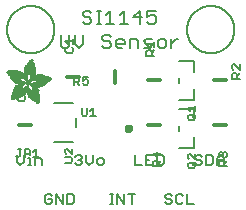
<source format=gbr>
G04 EAGLE Gerber RS-274X export*
G75*
%MOMM*%
%FSLAX34Y34*%
%LPD*%
%INSilkscreen Top*%
%IPPOS*%
%AMOC8*
5,1,8,0,0,1.08239X$1,22.5*%
G01*
%ADD10C,0.203200*%
%ADD11C,0.152400*%
%ADD12C,0.406400*%
%ADD13C,0.304800*%
%ADD14R,0.050800X0.006300*%
%ADD15R,0.082600X0.006400*%
%ADD16R,0.120600X0.006300*%
%ADD17R,0.139700X0.006400*%
%ADD18R,0.158800X0.006300*%
%ADD19R,0.177800X0.006400*%
%ADD20R,0.196800X0.006300*%
%ADD21R,0.215900X0.006400*%
%ADD22R,0.228600X0.006300*%
%ADD23R,0.241300X0.006400*%
%ADD24R,0.254000X0.006300*%
%ADD25R,0.266700X0.006400*%
%ADD26R,0.279400X0.006300*%
%ADD27R,0.285700X0.006400*%
%ADD28R,0.298400X0.006300*%
%ADD29R,0.311200X0.006400*%
%ADD30R,0.317500X0.006300*%
%ADD31R,0.330200X0.006400*%
%ADD32R,0.336600X0.006300*%
%ADD33R,0.349200X0.006400*%
%ADD34R,0.361900X0.006300*%
%ADD35R,0.368300X0.006400*%
%ADD36R,0.381000X0.006300*%
%ADD37R,0.387300X0.006400*%
%ADD38R,0.393700X0.006300*%
%ADD39R,0.406400X0.006400*%
%ADD40R,0.412700X0.006300*%
%ADD41R,0.419100X0.006400*%
%ADD42R,0.431800X0.006300*%
%ADD43R,0.438100X0.006400*%
%ADD44R,0.450800X0.006300*%
%ADD45R,0.457200X0.006400*%
%ADD46R,0.463500X0.006300*%
%ADD47R,0.476200X0.006400*%
%ADD48R,0.482600X0.006300*%
%ADD49R,0.488900X0.006400*%
%ADD50R,0.501600X0.006300*%
%ADD51R,0.508000X0.006400*%
%ADD52R,0.514300X0.006300*%
%ADD53R,0.527000X0.006400*%
%ADD54R,0.533400X0.006300*%
%ADD55R,0.546100X0.006400*%
%ADD56R,0.552400X0.006300*%
%ADD57R,0.558800X0.006400*%
%ADD58R,0.571500X0.006300*%
%ADD59R,0.577800X0.006400*%
%ADD60R,0.584200X0.006300*%
%ADD61R,0.596900X0.006400*%
%ADD62R,0.603200X0.006300*%
%ADD63R,0.609600X0.006400*%
%ADD64R,0.622300X0.006300*%
%ADD65R,0.628600X0.006400*%
%ADD66R,0.641300X0.006300*%
%ADD67R,0.647700X0.006400*%
%ADD68R,0.063500X0.006300*%
%ADD69R,0.654000X0.006300*%
%ADD70R,0.101600X0.006400*%
%ADD71R,0.666700X0.006400*%
%ADD72R,0.139700X0.006300*%
%ADD73R,0.673100X0.006300*%
%ADD74R,0.165100X0.006400*%
%ADD75R,0.679400X0.006400*%
%ADD76R,0.196900X0.006300*%
%ADD77R,0.692100X0.006300*%
%ADD78R,0.222200X0.006400*%
%ADD79R,0.698500X0.006400*%
%ADD80R,0.247700X0.006300*%
%ADD81R,0.704800X0.006300*%
%ADD82R,0.279400X0.006400*%
%ADD83R,0.717500X0.006400*%
%ADD84R,0.298500X0.006300*%
%ADD85R,0.723900X0.006300*%
%ADD86R,0.736600X0.006400*%
%ADD87R,0.342900X0.006300*%
%ADD88R,0.742900X0.006300*%
%ADD89R,0.374700X0.006400*%
%ADD90R,0.749300X0.006400*%
%ADD91R,0.762000X0.006300*%
%ADD92R,0.412700X0.006400*%
%ADD93R,0.768300X0.006400*%
%ADD94R,0.438100X0.006300*%
%ADD95R,0.774700X0.006300*%
%ADD96R,0.463600X0.006400*%
%ADD97R,0.787400X0.006400*%
%ADD98R,0.793700X0.006300*%
%ADD99R,0.495300X0.006400*%
%ADD100R,0.800100X0.006400*%
%ADD101R,0.520700X0.006300*%
%ADD102R,0.812800X0.006300*%
%ADD103R,0.533400X0.006400*%
%ADD104R,0.819100X0.006400*%
%ADD105R,0.558800X0.006300*%
%ADD106R,0.825500X0.006300*%
%ADD107R,0.577900X0.006400*%
%ADD108R,0.831800X0.006400*%
%ADD109R,0.596900X0.006300*%
%ADD110R,0.844500X0.006300*%
%ADD111R,0.616000X0.006400*%
%ADD112R,0.850900X0.006400*%
%ADD113R,0.635000X0.006300*%
%ADD114R,0.857200X0.006300*%
%ADD115R,0.654100X0.006400*%
%ADD116R,0.863600X0.006400*%
%ADD117R,0.666700X0.006300*%
%ADD118R,0.869900X0.006300*%
%ADD119R,0.685800X0.006400*%
%ADD120R,0.876300X0.006400*%
%ADD121R,0.882600X0.006300*%
%ADD122R,0.723900X0.006400*%
%ADD123R,0.889000X0.006400*%
%ADD124R,0.895300X0.006300*%
%ADD125R,0.755700X0.006400*%
%ADD126R,0.901700X0.006400*%
%ADD127R,0.908000X0.006300*%
%ADD128R,0.793800X0.006400*%
%ADD129R,0.914400X0.006400*%
%ADD130R,0.806400X0.006300*%
%ADD131R,0.920700X0.006300*%
%ADD132R,0.825500X0.006400*%
%ADD133R,0.927100X0.006400*%
%ADD134R,0.933400X0.006300*%
%ADD135R,0.857300X0.006400*%
%ADD136R,0.939800X0.006400*%
%ADD137R,0.870000X0.006300*%
%ADD138R,0.939800X0.006300*%
%ADD139R,0.946100X0.006400*%
%ADD140R,0.952500X0.006300*%
%ADD141R,0.908000X0.006400*%
%ADD142R,0.958800X0.006400*%
%ADD143R,0.965200X0.006300*%
%ADD144R,0.965200X0.006400*%
%ADD145R,0.971500X0.006300*%
%ADD146R,0.952500X0.006400*%
%ADD147R,0.977900X0.006400*%
%ADD148R,0.958800X0.006300*%
%ADD149R,0.984200X0.006300*%
%ADD150R,0.971500X0.006400*%
%ADD151R,0.984200X0.006400*%
%ADD152R,0.990600X0.006300*%
%ADD153R,0.984300X0.006400*%
%ADD154R,0.996900X0.006400*%
%ADD155R,0.997000X0.006300*%
%ADD156R,0.996900X0.006300*%
%ADD157R,1.003300X0.006400*%
%ADD158R,1.016000X0.006300*%
%ADD159R,1.009600X0.006300*%
%ADD160R,1.016000X0.006400*%
%ADD161R,1.009600X0.006400*%
%ADD162R,1.022300X0.006300*%
%ADD163R,1.028700X0.006400*%
%ADD164R,1.035100X0.006300*%
%ADD165R,1.047800X0.006400*%
%ADD166R,1.054100X0.006300*%
%ADD167R,1.028700X0.006300*%
%ADD168R,1.054100X0.006400*%
%ADD169R,1.035000X0.006400*%
%ADD170R,1.060400X0.006300*%
%ADD171R,1.035000X0.006300*%
%ADD172R,1.060500X0.006400*%
%ADD173R,1.041400X0.006400*%
%ADD174R,1.066800X0.006300*%
%ADD175R,1.041400X0.006300*%
%ADD176R,1.079500X0.006400*%
%ADD177R,1.047700X0.006400*%
%ADD178R,1.085900X0.006300*%
%ADD179R,1.047700X0.006300*%
%ADD180R,1.085800X0.006400*%
%ADD181R,1.092200X0.006300*%
%ADD182R,1.085900X0.006400*%
%ADD183R,1.098600X0.006300*%
%ADD184R,1.098600X0.006400*%
%ADD185R,1.060400X0.006400*%
%ADD186R,1.104900X0.006300*%
%ADD187R,1.104900X0.006400*%
%ADD188R,1.066800X0.006400*%
%ADD189R,1.111200X0.006300*%
%ADD190R,1.117600X0.006400*%
%ADD191R,1.117600X0.006300*%
%ADD192R,1.073100X0.006300*%
%ADD193R,1.073100X0.006400*%
%ADD194R,1.124000X0.006300*%
%ADD195R,1.079500X0.006300*%
%ADD196R,1.123900X0.006400*%
%ADD197R,1.130300X0.006300*%
%ADD198R,1.130300X0.006400*%
%ADD199R,1.136700X0.006400*%
%ADD200R,1.136700X0.006300*%
%ADD201R,1.085800X0.006300*%
%ADD202R,1.136600X0.006400*%
%ADD203R,1.136600X0.006300*%
%ADD204R,1.143000X0.006400*%
%ADD205R,1.143000X0.006300*%
%ADD206R,1.149400X0.006300*%
%ADD207R,1.149300X0.006300*%
%ADD208R,1.149300X0.006400*%
%ADD209R,1.149400X0.006400*%
%ADD210R,1.155700X0.006400*%
%ADD211R,1.155700X0.006300*%
%ADD212R,1.060500X0.006300*%
%ADD213R,2.197100X0.006400*%
%ADD214R,2.197100X0.006300*%
%ADD215R,2.184400X0.006300*%
%ADD216R,2.184400X0.006400*%
%ADD217R,2.171700X0.006400*%
%ADD218R,2.171700X0.006300*%
%ADD219R,1.530300X0.006400*%
%ADD220R,1.505000X0.006300*%
%ADD221R,1.492300X0.006400*%
%ADD222R,1.485900X0.006300*%
%ADD223R,0.565200X0.006300*%
%ADD224R,1.473200X0.006400*%
%ADD225R,0.565200X0.006400*%
%ADD226R,1.460500X0.006300*%
%ADD227R,1.454100X0.006400*%
%ADD228R,0.552400X0.006400*%
%ADD229R,1.441500X0.006300*%
%ADD230R,0.546100X0.006300*%
%ADD231R,1.435100X0.006400*%
%ADD232R,0.539800X0.006400*%
%ADD233R,1.428800X0.006300*%
%ADD234R,1.422400X0.006400*%
%ADD235R,1.409700X0.006300*%
%ADD236R,0.527100X0.006300*%
%ADD237R,1.403300X0.006400*%
%ADD238R,0.527100X0.006400*%
%ADD239R,1.390700X0.006300*%
%ADD240R,1.384300X0.006400*%
%ADD241R,0.520700X0.006400*%
%ADD242R,1.384300X0.006300*%
%ADD243R,0.514400X0.006300*%
%ADD244R,1.371600X0.006400*%
%ADD245R,1.365200X0.006300*%
%ADD246R,0.508000X0.006300*%
%ADD247R,1.352600X0.006400*%
%ADD248R,0.501700X0.006400*%
%ADD249R,0.711200X0.006300*%
%ADD250R,0.603300X0.006300*%
%ADD251R,0.501700X0.006300*%
%ADD252R,0.692100X0.006400*%
%ADD253R,0.571500X0.006400*%
%ADD254R,0.679400X0.006300*%
%ADD255R,0.495300X0.006300*%
%ADD256R,0.673100X0.006400*%
%ADD257R,0.666800X0.006300*%
%ADD258R,0.488900X0.006300*%
%ADD259R,0.660400X0.006400*%
%ADD260R,0.482600X0.006400*%
%ADD261R,0.476200X0.006300*%
%ADD262R,0.654000X0.006400*%
%ADD263R,0.469900X0.006400*%
%ADD264R,0.476300X0.006400*%
%ADD265R,0.647700X0.006300*%
%ADD266R,0.457200X0.006300*%
%ADD267R,0.469900X0.006300*%
%ADD268R,0.641300X0.006400*%
%ADD269R,0.444500X0.006400*%
%ADD270R,0.463600X0.006300*%
%ADD271R,0.635000X0.006400*%
%ADD272R,0.463500X0.006400*%
%ADD273R,0.393700X0.006400*%
%ADD274R,0.450800X0.006400*%
%ADD275R,0.628600X0.006300*%
%ADD276R,0.387400X0.006300*%
%ADD277R,0.450900X0.006300*%
%ADD278R,0.628700X0.006400*%
%ADD279R,0.374600X0.006400*%
%ADD280R,0.368300X0.006300*%
%ADD281R,0.438200X0.006300*%
%ADD282R,0.622300X0.006400*%
%ADD283R,0.355600X0.006400*%
%ADD284R,0.431800X0.006400*%
%ADD285R,0.349300X0.006300*%
%ADD286R,0.425400X0.006300*%
%ADD287R,0.615900X0.006300*%
%ADD288R,0.330200X0.006300*%
%ADD289R,0.419100X0.006300*%
%ADD290R,0.616000X0.006300*%
%ADD291R,0.311200X0.006300*%
%ADD292R,0.406400X0.006300*%
%ADD293R,0.615900X0.006400*%
%ADD294R,0.304800X0.006400*%
%ADD295R,0.158800X0.006400*%
%ADD296R,0.609600X0.006300*%
%ADD297R,0.292100X0.006300*%
%ADD298R,0.235000X0.006300*%
%ADD299R,0.387400X0.006400*%
%ADD300R,0.292100X0.006400*%
%ADD301R,0.336500X0.006300*%
%ADD302R,0.260400X0.006300*%
%ADD303R,0.603300X0.006400*%
%ADD304R,0.260400X0.006400*%
%ADD305R,0.362000X0.006400*%
%ADD306R,0.450900X0.006400*%
%ADD307R,0.355600X0.006300*%
%ADD308R,0.342900X0.006400*%
%ADD309R,0.514300X0.006400*%
%ADD310R,0.234900X0.006300*%
%ADD311R,0.539700X0.006300*%
%ADD312R,0.603200X0.006400*%
%ADD313R,0.234900X0.006400*%
%ADD314R,0.920700X0.006400*%
%ADD315R,0.958900X0.006400*%
%ADD316R,0.215900X0.006300*%
%ADD317R,0.209600X0.006400*%
%ADD318R,0.203200X0.006300*%
%ADD319R,1.003300X0.006300*%
%ADD320R,0.203200X0.006400*%
%ADD321R,0.196900X0.006400*%
%ADD322R,0.190500X0.006300*%
%ADD323R,0.190500X0.006400*%
%ADD324R,0.184200X0.006300*%
%ADD325R,0.590500X0.006400*%
%ADD326R,0.184200X0.006400*%
%ADD327R,0.590500X0.006300*%
%ADD328R,0.177800X0.006300*%
%ADD329R,0.584200X0.006400*%
%ADD330R,1.168400X0.006400*%
%ADD331R,0.171500X0.006300*%
%ADD332R,1.187500X0.006300*%
%ADD333R,1.200100X0.006400*%
%ADD334R,0.577800X0.006300*%
%ADD335R,1.212900X0.006300*%
%ADD336R,1.231900X0.006400*%
%ADD337R,1.250900X0.006300*%
%ADD338R,0.565100X0.006400*%
%ADD339R,0.184100X0.006400*%
%ADD340R,1.263700X0.006400*%
%ADD341R,0.565100X0.006300*%
%ADD342R,1.289100X0.006300*%
%ADD343R,1.314400X0.006400*%
%ADD344R,0.552500X0.006300*%
%ADD345R,1.568500X0.006300*%
%ADD346R,0.552500X0.006400*%
%ADD347R,1.581200X0.006400*%
%ADD348R,1.593800X0.006300*%
%ADD349R,1.606500X0.006400*%
%ADD350R,1.619300X0.006300*%
%ADD351R,0.514400X0.006400*%
%ADD352R,1.638300X0.006400*%
%ADD353R,1.657300X0.006300*%
%ADD354R,2.209800X0.006400*%
%ADD355R,2.425700X0.006300*%
%ADD356R,2.470100X0.006400*%
%ADD357R,2.501900X0.006300*%
%ADD358R,2.533700X0.006400*%
%ADD359R,2.559000X0.006300*%
%ADD360R,2.584500X0.006400*%
%ADD361R,2.609900X0.006300*%
%ADD362R,2.628900X0.006400*%
%ADD363R,2.660600X0.006300*%
%ADD364R,2.673400X0.006400*%
%ADD365R,1.422400X0.006300*%
%ADD366R,1.200200X0.006300*%
%ADD367R,1.365300X0.006300*%
%ADD368R,1.365300X0.006400*%
%ADD369R,1.352500X0.006300*%
%ADD370R,1.098500X0.006300*%
%ADD371R,1.358900X0.006400*%
%ADD372R,1.352600X0.006300*%
%ADD373R,1.358900X0.006300*%
%ADD374R,1.371600X0.006300*%
%ADD375R,1.377900X0.006400*%
%ADD376R,1.397000X0.006400*%
%ADD377R,1.403300X0.006300*%
%ADD378R,0.914400X0.006300*%
%ADD379R,0.876300X0.006300*%
%ADD380R,0.374600X0.006300*%
%ADD381R,1.073200X0.006400*%
%ADD382R,0.374700X0.006300*%
%ADD383R,0.844600X0.006400*%
%ADD384R,0.844600X0.006300*%
%ADD385R,0.831900X0.006400*%
%ADD386R,1.092200X0.006400*%
%ADD387R,0.400000X0.006300*%
%ADD388R,0.819200X0.006400*%
%ADD389R,1.111300X0.006400*%
%ADD390R,0.812800X0.006400*%
%ADD391R,0.800100X0.006300*%
%ADD392R,0.476300X0.006300*%
%ADD393R,1.181100X0.006300*%
%ADD394R,0.501600X0.006400*%
%ADD395R,1.193800X0.006400*%
%ADD396R,0.781000X0.006400*%
%ADD397R,1.238200X0.006400*%
%ADD398R,0.781100X0.006300*%
%ADD399R,1.257300X0.006300*%
%ADD400R,1.295400X0.006400*%
%ADD401R,1.333500X0.006300*%
%ADD402R,0.774700X0.006400*%
%ADD403R,1.866900X0.006400*%
%ADD404R,0.209600X0.006300*%
%ADD405R,1.866900X0.006300*%
%ADD406R,0.768400X0.006400*%
%ADD407R,0.209500X0.006400*%
%ADD408R,1.860600X0.006400*%
%ADD409R,0.762000X0.006400*%
%ADD410R,0.768400X0.006300*%
%ADD411R,1.860600X0.006300*%
%ADD412R,1.860500X0.006400*%
%ADD413R,0.222300X0.006300*%
%ADD414R,1.854200X0.006300*%
%ADD415R,0.235000X0.006400*%
%ADD416R,1.854200X0.006400*%
%ADD417R,0.768300X0.006300*%
%ADD418R,0.260300X0.006400*%
%ADD419R,1.847800X0.006400*%
%ADD420R,0.266700X0.006300*%
%ADD421R,1.847800X0.006300*%
%ADD422R,0.273100X0.006400*%
%ADD423R,1.841500X0.006400*%
%ADD424R,0.285800X0.006300*%
%ADD425R,1.841500X0.006300*%
%ADD426R,0.298500X0.006400*%
%ADD427R,1.835100X0.006400*%
%ADD428R,0.781000X0.006300*%
%ADD429R,0.304800X0.006300*%
%ADD430R,1.835100X0.006300*%
%ADD431R,0.317500X0.006400*%
%ADD432R,1.828800X0.006400*%
%ADD433R,0.787400X0.006300*%
%ADD434R,0.323800X0.006300*%
%ADD435R,1.828800X0.006300*%
%ADD436R,0.793700X0.006400*%
%ADD437R,1.822400X0.006400*%
%ADD438R,0.806500X0.006300*%
%ADD439R,1.822400X0.006300*%
%ADD440R,1.816100X0.006400*%
%ADD441R,0.819100X0.006300*%
%ADD442R,0.387300X0.006300*%
%ADD443R,1.816100X0.006300*%
%ADD444R,1.809800X0.006400*%
%ADD445R,1.803400X0.006300*%
%ADD446R,1.797000X0.006400*%
%ADD447R,0.901700X0.006300*%
%ADD448R,1.797000X0.006300*%
%ADD449R,1.441400X0.006400*%
%ADD450R,1.790700X0.006400*%
%ADD451R,1.447800X0.006300*%
%ADD452R,1.784300X0.006300*%
%ADD453R,1.447800X0.006400*%
%ADD454R,1.784300X0.006400*%
%ADD455R,1.454100X0.006300*%
%ADD456R,1.771700X0.006300*%
%ADD457R,1.460500X0.006400*%
%ADD458R,1.759000X0.006400*%
%ADD459R,1.466800X0.006300*%
%ADD460R,1.752600X0.006300*%
%ADD461R,1.466800X0.006400*%
%ADD462R,1.739900X0.006400*%
%ADD463R,1.473200X0.006300*%
%ADD464R,1.727200X0.006300*%
%ADD465R,1.479500X0.006400*%
%ADD466R,1.714500X0.006400*%
%ADD467R,1.695400X0.006300*%
%ADD468R,1.485900X0.006400*%
%ADD469R,1.682700X0.006400*%
%ADD470R,1.492200X0.006300*%
%ADD471R,1.663700X0.006300*%
%ADD472R,1.498600X0.006400*%
%ADD473R,1.644600X0.006400*%
%ADD474R,1.498600X0.006300*%
%ADD475R,1.619200X0.006300*%
%ADD476R,1.511300X0.006400*%
%ADD477R,1.600200X0.006400*%
%ADD478R,1.517700X0.006300*%
%ADD479R,1.574800X0.006300*%
%ADD480R,1.524000X0.006400*%
%ADD481R,1.555800X0.006400*%
%ADD482R,1.524000X0.006300*%
%ADD483R,1.536700X0.006300*%
%ADD484R,1.530400X0.006400*%
%ADD485R,1.517700X0.006400*%
%ADD486R,1.492300X0.006300*%
%ADD487R,1.549400X0.006400*%
%ADD488R,1.479600X0.006400*%
%ADD489R,1.549400X0.006300*%
%ADD490R,1.555700X0.006400*%
%ADD491R,1.562100X0.006300*%
%ADD492R,0.323900X0.006300*%
%ADD493R,1.568400X0.006400*%
%ADD494R,0.336600X0.006400*%
%ADD495R,1.587500X0.006300*%
%ADD496R,0.971600X0.006300*%
%ADD497R,0.349300X0.006400*%
%ADD498R,1.600200X0.006300*%
%ADD499R,0.920800X0.006300*%
%ADD500R,0.882700X0.006400*%
%ADD501R,1.612900X0.006300*%
%ADD502R,0.362000X0.006300*%
%ADD503R,1.625600X0.006400*%
%ADD504R,1.625600X0.006300*%
%ADD505R,1.644600X0.006300*%
%ADD506R,0.736600X0.006300*%
%ADD507R,0.717600X0.006400*%
%ADD508R,1.657400X0.006300*%
%ADD509R,0.679500X0.006300*%
%ADD510R,1.663700X0.006400*%
%ADD511R,0.400000X0.006400*%
%ADD512R,1.676400X0.006300*%
%ADD513R,1.676400X0.006400*%
%ADD514R,0.425500X0.006400*%
%ADD515R,1.352500X0.006400*%
%ADD516R,0.444500X0.006300*%
%ADD517R,0.361900X0.006400*%
%ADD518R,0.088900X0.006300*%
%ADD519R,1.009700X0.006300*%
%ADD520R,1.009700X0.006400*%
%ADD521R,1.022300X0.006400*%
%ADD522R,1.346200X0.006400*%
%ADD523R,1.346200X0.006300*%
%ADD524R,1.339900X0.006400*%
%ADD525R,1.035100X0.006400*%
%ADD526R,1.339800X0.006300*%
%ADD527R,1.333500X0.006400*%
%ADD528R,1.327200X0.006400*%
%ADD529R,1.320800X0.006300*%
%ADD530R,1.314500X0.006400*%
%ADD531R,1.314400X0.006300*%
%ADD532R,1.301700X0.006400*%
%ADD533R,1.295400X0.006300*%
%ADD534R,1.289000X0.006400*%
%ADD535R,1.276300X0.006300*%
%ADD536R,1.251000X0.006300*%
%ADD537R,1.244600X0.006400*%
%ADD538R,1.231900X0.006300*%
%ADD539R,1.212800X0.006400*%
%ADD540R,1.200100X0.006300*%
%ADD541R,1.187400X0.006400*%
%ADD542R,1.168400X0.006300*%
%ADD543R,1.047800X0.006300*%
%ADD544R,0.977900X0.006300*%
%ADD545R,0.946200X0.006400*%
%ADD546R,0.933400X0.006400*%
%ADD547R,0.895300X0.006400*%
%ADD548R,0.882700X0.006300*%
%ADD549R,0.863600X0.006300*%
%ADD550R,0.857200X0.006400*%
%ADD551R,0.850900X0.006300*%
%ADD552R,0.838200X0.006300*%
%ADD553R,0.806500X0.006400*%
%ADD554R,0.717600X0.006300*%
%ADD555R,0.711200X0.006400*%
%ADD556R,0.641400X0.006400*%
%ADD557R,0.641400X0.006300*%
%ADD558R,0.628700X0.006300*%
%ADD559R,0.590600X0.006300*%
%ADD560R,0.539700X0.006400*%
%ADD561R,0.285700X0.006300*%
%ADD562R,0.222200X0.006300*%
%ADD563R,0.171400X0.006300*%
%ADD564R,0.152400X0.006400*%
%ADD565R,0.133400X0.006300*%


D10*
X76601Y166124D02*
X74822Y167903D01*
X71263Y167903D01*
X69483Y166124D01*
X69483Y164344D01*
X71263Y162565D01*
X74822Y162565D01*
X76601Y160785D01*
X76601Y159006D01*
X74822Y157226D01*
X71263Y157226D01*
X69483Y159006D01*
X81177Y157226D02*
X84736Y157226D01*
X82957Y157226D02*
X82957Y167903D01*
X84736Y167903D02*
X81177Y167903D01*
X88973Y164344D02*
X92532Y167903D01*
X92532Y157226D01*
X88973Y157226D02*
X96091Y157226D01*
X100667Y164344D02*
X104226Y167903D01*
X104226Y157226D01*
X100667Y157226D02*
X107785Y157226D01*
X117699Y157226D02*
X117699Y167903D01*
X112361Y162565D01*
X119479Y162565D01*
X124055Y167903D02*
X131173Y167903D01*
X124055Y167903D02*
X124055Y162565D01*
X127614Y164344D01*
X129393Y164344D01*
X131173Y162565D01*
X131173Y159006D01*
X129393Y157226D01*
X125834Y157226D01*
X124055Y159006D01*
X50968Y147583D02*
X50968Y138686D01*
X52747Y136906D01*
X56306Y136906D01*
X58086Y138686D01*
X58086Y147583D01*
X62662Y147583D02*
X62662Y140465D01*
X66221Y136906D01*
X69780Y140465D01*
X69780Y147583D01*
X91388Y147583D02*
X93168Y145804D01*
X91388Y147583D02*
X87829Y147583D01*
X86049Y145804D01*
X86049Y144024D01*
X87829Y142245D01*
X91388Y142245D01*
X93168Y140465D01*
X93168Y138686D01*
X91388Y136906D01*
X87829Y136906D01*
X86049Y138686D01*
X99523Y136906D02*
X103082Y136906D01*
X99523Y136906D02*
X97743Y138686D01*
X97743Y142245D01*
X99523Y144024D01*
X103082Y144024D01*
X104861Y142245D01*
X104861Y140465D01*
X97743Y140465D01*
X109437Y136906D02*
X109437Y144024D01*
X114776Y144024D01*
X116555Y142245D01*
X116555Y136906D01*
X121131Y136906D02*
X126470Y136906D01*
X128249Y138686D01*
X126470Y140465D01*
X122911Y140465D01*
X121131Y142245D01*
X122911Y144024D01*
X128249Y144024D01*
X134605Y136906D02*
X138164Y136906D01*
X139943Y138686D01*
X139943Y142245D01*
X138164Y144024D01*
X134605Y144024D01*
X132825Y142245D01*
X132825Y138686D01*
X134605Y136906D01*
X144519Y136906D02*
X144519Y144024D01*
X144519Y140465D02*
X148078Y144024D01*
X149858Y144024D01*
D11*
X168851Y46235D02*
X170291Y44795D01*
X168851Y46235D02*
X165970Y46235D01*
X164529Y44795D01*
X164529Y43354D01*
X165970Y41914D01*
X168851Y41914D01*
X170291Y40473D01*
X170291Y39033D01*
X168851Y37592D01*
X165970Y37592D01*
X164529Y39033D01*
X173884Y37592D02*
X173884Y46235D01*
X173884Y37592D02*
X178206Y37592D01*
X179647Y39033D01*
X179647Y44795D01*
X178206Y46235D01*
X173884Y46235D01*
X183240Y43354D02*
X183240Y37592D01*
X183240Y43354D02*
X186121Y46235D01*
X189002Y43354D01*
X189002Y37592D01*
X189002Y41914D02*
X183240Y41914D01*
X144891Y11775D02*
X143451Y13215D01*
X140570Y13215D01*
X139129Y11775D01*
X139129Y10334D01*
X140570Y8894D01*
X143451Y8894D01*
X144891Y7453D01*
X144891Y6013D01*
X143451Y4572D01*
X140570Y4572D01*
X139129Y6013D01*
X152806Y13215D02*
X154247Y11775D01*
X152806Y13215D02*
X149925Y13215D01*
X148484Y11775D01*
X148484Y6013D01*
X149925Y4572D01*
X152806Y4572D01*
X154247Y6013D01*
X157840Y4572D02*
X157840Y13215D01*
X157840Y4572D02*
X163602Y4572D01*
X113729Y37592D02*
X113729Y46235D01*
X113729Y37592D02*
X119491Y37592D01*
X123084Y46235D02*
X128847Y46235D01*
X123084Y46235D02*
X123084Y37592D01*
X128847Y37592D01*
X125966Y41914D02*
X123084Y41914D01*
X132440Y46235D02*
X132440Y37592D01*
X136761Y37592D01*
X138202Y39033D01*
X138202Y44795D01*
X136761Y46235D01*
X132440Y46235D01*
X95310Y4572D02*
X92428Y4572D01*
X93869Y4572D02*
X93869Y13215D01*
X92428Y13215D02*
X95310Y13215D01*
X98665Y13215D02*
X98665Y4572D01*
X104427Y4572D02*
X98665Y13215D01*
X104427Y13215D02*
X104427Y4572D01*
X110902Y4572D02*
X110902Y13215D01*
X113783Y13215D02*
X108020Y13215D01*
X43291Y11775D02*
X41851Y13215D01*
X38970Y13215D01*
X37529Y11775D01*
X37529Y6013D01*
X38970Y4572D01*
X41851Y4572D01*
X43291Y6013D01*
X43291Y8894D01*
X40410Y8894D01*
X46884Y13215D02*
X46884Y4572D01*
X52647Y4572D02*
X46884Y13215D01*
X52647Y13215D02*
X52647Y4572D01*
X56240Y4572D02*
X56240Y13215D01*
X56240Y4572D02*
X60561Y4572D01*
X62002Y6013D01*
X62002Y11775D01*
X60561Y13215D01*
X56240Y13215D01*
X13688Y40473D02*
X13688Y46235D01*
X13688Y40473D02*
X16570Y37592D01*
X19451Y40473D01*
X19451Y46235D01*
X23044Y43354D02*
X24484Y43354D01*
X24484Y37592D01*
X23044Y37592D02*
X25925Y37592D01*
X24484Y46235D02*
X24484Y47676D01*
X29280Y43354D02*
X29280Y37592D01*
X29280Y43354D02*
X33602Y43354D01*
X35043Y41914D01*
X35043Y37592D01*
X62929Y44795D02*
X64370Y46235D01*
X67251Y46235D01*
X68691Y44795D01*
X68691Y43354D01*
X67251Y41914D01*
X65810Y41914D01*
X67251Y41914D02*
X68691Y40473D01*
X68691Y39033D01*
X67251Y37592D01*
X64370Y37592D01*
X62929Y39033D01*
X72284Y40473D02*
X72284Y46235D01*
X72284Y40473D02*
X75166Y37592D01*
X78047Y40473D01*
X78047Y46235D01*
X83080Y37592D02*
X85961Y37592D01*
X87402Y39033D01*
X87402Y41914D01*
X85961Y43354D01*
X83080Y43354D01*
X81640Y41914D01*
X81640Y39033D01*
X83080Y37592D01*
D12*
X106646Y68820D02*
X106648Y68895D01*
X106654Y68969D01*
X106664Y69043D01*
X106677Y69116D01*
X106695Y69189D01*
X106716Y69260D01*
X106741Y69331D01*
X106770Y69400D01*
X106803Y69467D01*
X106839Y69532D01*
X106878Y69596D01*
X106920Y69657D01*
X106966Y69716D01*
X107015Y69773D01*
X107067Y69826D01*
X107121Y69877D01*
X107178Y69926D01*
X107238Y69970D01*
X107300Y70012D01*
X107364Y70051D01*
X107430Y70086D01*
X107497Y70117D01*
X107567Y70145D01*
X107637Y70169D01*
X107709Y70190D01*
X107782Y70206D01*
X107855Y70219D01*
X107930Y70228D01*
X108004Y70233D01*
X108079Y70234D01*
X108153Y70231D01*
X108228Y70224D01*
X108301Y70213D01*
X108375Y70199D01*
X108447Y70180D01*
X108518Y70158D01*
X108588Y70132D01*
X108657Y70102D01*
X108723Y70069D01*
X108788Y70032D01*
X108851Y69992D01*
X108912Y69948D01*
X108970Y69902D01*
X109026Y69852D01*
X109079Y69800D01*
X109130Y69745D01*
X109177Y69687D01*
X109221Y69627D01*
X109262Y69564D01*
X109300Y69500D01*
X109334Y69434D01*
X109365Y69365D01*
X109392Y69296D01*
X109415Y69225D01*
X109434Y69153D01*
X109450Y69080D01*
X109462Y69006D01*
X109470Y68932D01*
X109474Y68857D01*
X109474Y68783D01*
X109470Y68708D01*
X109462Y68634D01*
X109450Y68560D01*
X109434Y68487D01*
X109415Y68415D01*
X109392Y68344D01*
X109365Y68275D01*
X109334Y68206D01*
X109300Y68140D01*
X109262Y68076D01*
X109221Y68013D01*
X109177Y67953D01*
X109130Y67895D01*
X109079Y67840D01*
X109026Y67788D01*
X108970Y67738D01*
X108912Y67692D01*
X108851Y67648D01*
X108788Y67608D01*
X108723Y67571D01*
X108657Y67538D01*
X108588Y67508D01*
X108518Y67482D01*
X108447Y67460D01*
X108375Y67441D01*
X108301Y67427D01*
X108228Y67416D01*
X108153Y67409D01*
X108079Y67406D01*
X108004Y67407D01*
X107930Y67412D01*
X107855Y67421D01*
X107782Y67434D01*
X107709Y67450D01*
X107637Y67471D01*
X107567Y67495D01*
X107497Y67523D01*
X107430Y67554D01*
X107364Y67589D01*
X107300Y67628D01*
X107238Y67670D01*
X107178Y67714D01*
X107121Y67763D01*
X107067Y67814D01*
X107015Y67867D01*
X106966Y67924D01*
X106920Y67983D01*
X106878Y68044D01*
X106839Y68108D01*
X106803Y68173D01*
X106770Y68240D01*
X106741Y68309D01*
X106716Y68380D01*
X106695Y68451D01*
X106677Y68524D01*
X106664Y68597D01*
X106654Y68671D01*
X106648Y68745D01*
X106646Y68820D01*
D11*
X68504Y80456D02*
X68504Y85964D01*
X68504Y80456D02*
X69605Y79354D01*
X71809Y79354D01*
X72910Y80456D01*
X72910Y85964D01*
X75988Y83760D02*
X78191Y85964D01*
X78191Y79354D01*
X75988Y79354D02*
X80394Y79354D01*
D13*
X25400Y71120D02*
X15240Y71120D01*
D11*
X14218Y95507D02*
X15320Y96608D01*
X14218Y95507D02*
X14218Y93304D01*
X15320Y92202D01*
X19726Y92202D01*
X20828Y93304D01*
X20828Y95507D01*
X19726Y96608D01*
X20828Y99686D02*
X20828Y104093D01*
X16422Y104093D02*
X20828Y99686D01*
X16422Y104093D02*
X15320Y104093D01*
X14218Y102991D01*
X14218Y100788D01*
X15320Y99686D01*
D10*
X45340Y90160D02*
X61340Y90160D01*
X61340Y57160D02*
X45340Y57160D01*
X63840Y69660D02*
X63840Y77660D01*
D11*
X59604Y39674D02*
X54096Y39674D01*
X59604Y39674D02*
X60706Y40775D01*
X60706Y42979D01*
X59604Y44080D01*
X54096Y44080D01*
X60706Y47158D02*
X60706Y51564D01*
X60706Y47158D02*
X56300Y51564D01*
X55198Y51564D01*
X54096Y50463D01*
X54096Y48259D01*
X55198Y47158D01*
D13*
X180340Y109220D02*
X190500Y109220D01*
D11*
X195701Y110889D02*
X202311Y110889D01*
X195701Y110889D02*
X195701Y114194D01*
X196803Y115295D01*
X199006Y115295D01*
X200108Y114194D01*
X200108Y110889D01*
X200108Y113092D02*
X202311Y115295D01*
X202311Y118373D02*
X202311Y122779D01*
X202311Y118373D02*
X197905Y122779D01*
X196803Y122779D01*
X195701Y121678D01*
X195701Y119474D01*
X196803Y118373D01*
D13*
X190500Y71120D02*
X180340Y71120D01*
D11*
X184906Y36594D02*
X191516Y36594D01*
X184906Y36594D02*
X184906Y39899D01*
X186008Y41000D01*
X188211Y41000D01*
X189313Y39899D01*
X189313Y36594D01*
X189313Y38797D02*
X191516Y41000D01*
X186008Y44078D02*
X184906Y45179D01*
X184906Y47383D01*
X186008Y48484D01*
X187110Y48484D01*
X188211Y47383D01*
X188211Y46281D01*
X188211Y47383D02*
X189313Y48484D01*
X190414Y48484D01*
X191516Y47383D01*
X191516Y45179D01*
X190414Y44078D01*
D13*
X134620Y71120D02*
X124460Y71120D01*
D11*
X129026Y36594D02*
X135636Y36594D01*
X129026Y36594D02*
X129026Y39899D01*
X130128Y41000D01*
X132331Y41000D01*
X133433Y39899D01*
X133433Y36594D01*
X133433Y38797D02*
X135636Y41000D01*
X135636Y47383D02*
X129026Y47383D01*
X132331Y44078D01*
X132331Y48484D01*
D13*
X134620Y109220D02*
X124460Y109220D01*
D11*
X123438Y130302D02*
X130048Y130302D01*
X123438Y130302D02*
X123438Y133607D01*
X124540Y134708D01*
X126743Y134708D01*
X127845Y133607D01*
X127845Y130302D01*
X127845Y132505D02*
X130048Y134708D01*
X125642Y137786D02*
X123438Y139989D01*
X130048Y139989D01*
X130048Y137786D02*
X130048Y142193D01*
D13*
X66040Y111760D02*
X55880Y111760D01*
D11*
X54858Y136147D02*
X55960Y137248D01*
X54858Y136147D02*
X54858Y133944D01*
X55960Y132842D01*
X60366Y132842D01*
X61468Y133944D01*
X61468Y136147D01*
X60366Y137248D01*
X57062Y140326D02*
X54858Y142529D01*
X61468Y142529D01*
X61468Y140326D02*
X61468Y144733D01*
X12700Y45552D02*
X13802Y44450D01*
X14903Y44450D01*
X16005Y45552D01*
X16005Y51060D01*
X17106Y51060D02*
X14903Y51060D01*
X20184Y51060D02*
X20184Y44450D01*
X20184Y51060D02*
X23489Y51060D01*
X24591Y49958D01*
X24591Y47755D01*
X23489Y46653D01*
X20184Y46653D01*
X27668Y48856D02*
X29872Y51060D01*
X29872Y44450D01*
X32075Y44450D02*
X27668Y44450D01*
D10*
X150956Y125944D02*
X164084Y125944D01*
X164084Y116356D01*
X164084Y92496D02*
X150956Y92496D01*
X164084Y92496D02*
X164084Y102084D01*
X150876Y106996D02*
X150876Y111584D01*
D11*
X159338Y75964D02*
X163744Y75964D01*
X159338Y75964D02*
X158236Y77065D01*
X158236Y79269D01*
X159338Y80370D01*
X163744Y80370D01*
X164846Y79269D01*
X164846Y77065D01*
X163744Y75964D01*
X162643Y78167D02*
X164846Y80370D01*
X160440Y83448D02*
X158236Y85651D01*
X164846Y85651D01*
X164846Y83448D02*
X164846Y87854D01*
D10*
X164084Y85304D02*
X150956Y85304D01*
X164084Y85304D02*
X164084Y75716D01*
X164084Y51856D02*
X150956Y51856D01*
X164084Y51856D02*
X164084Y61444D01*
X150876Y66356D02*
X150876Y70944D01*
D11*
X159338Y35324D02*
X163744Y35324D01*
X159338Y35324D02*
X158236Y36425D01*
X158236Y38629D01*
X159338Y39730D01*
X163744Y39730D01*
X164846Y38629D01*
X164846Y36425D01*
X163744Y35324D01*
X162643Y37527D02*
X164846Y39730D01*
X164846Y42808D02*
X164846Y47214D01*
X164846Y42808D02*
X160440Y47214D01*
X159338Y47214D01*
X158236Y46113D01*
X158236Y43909D01*
X159338Y42808D01*
D14*
X31718Y89091D03*
D15*
X31750Y89154D03*
D16*
X31750Y89218D03*
D17*
X31719Y89281D03*
D18*
X31750Y89345D03*
D19*
X31718Y89408D03*
D20*
X31750Y89472D03*
D21*
X31719Y89535D03*
D22*
X31718Y89599D03*
D23*
X31655Y89662D03*
D24*
X31655Y89726D03*
D25*
X31592Y89789D03*
D26*
X31591Y89853D03*
D27*
X31560Y89916D03*
D28*
X31496Y89980D03*
D29*
X31496Y90043D03*
D30*
X31465Y90107D03*
D31*
X31401Y90170D03*
D32*
X31369Y90234D03*
D33*
X31369Y90297D03*
D34*
X31306Y90361D03*
D35*
X31274Y90424D03*
D36*
X31210Y90488D03*
D37*
X31179Y90551D03*
D38*
X31147Y90615D03*
D39*
X31083Y90678D03*
D40*
X31052Y90742D03*
D41*
X31020Y90805D03*
D42*
X30956Y90869D03*
D43*
X30925Y90932D03*
D44*
X30861Y90996D03*
D45*
X30829Y91059D03*
D46*
X30798Y91123D03*
D47*
X30734Y91186D03*
D48*
X30702Y91250D03*
D49*
X30671Y91313D03*
D50*
X30607Y91377D03*
D51*
X30575Y91440D03*
D52*
X30544Y91504D03*
D53*
X30480Y91567D03*
D54*
X30448Y91631D03*
D55*
X30385Y91694D03*
D56*
X30353Y91758D03*
D57*
X30321Y91821D03*
D58*
X30258Y91885D03*
D59*
X30226Y91948D03*
D60*
X30194Y92012D03*
D61*
X30131Y92075D03*
D62*
X30099Y92139D03*
D63*
X30067Y92202D03*
D64*
X30004Y92266D03*
D65*
X29972Y92329D03*
D66*
X29909Y92393D03*
D67*
X29877Y92456D03*
D68*
X10065Y92520D03*
D69*
X29845Y92520D03*
D70*
X10065Y92583D03*
D71*
X29782Y92583D03*
D72*
X10129Y92647D03*
D73*
X29750Y92647D03*
D74*
X10192Y92710D03*
D75*
X29718Y92710D03*
D76*
X10224Y92774D03*
D77*
X29655Y92774D03*
D78*
X10287Y92837D03*
D79*
X29623Y92837D03*
D80*
X10351Y92901D03*
D81*
X29591Y92901D03*
D82*
X10446Y92964D03*
D83*
X29528Y92964D03*
D84*
X10478Y93028D03*
D85*
X29496Y93028D03*
D31*
X10573Y93091D03*
D86*
X29432Y93091D03*
D87*
X10637Y93155D03*
D88*
X29401Y93155D03*
D89*
X10732Y93218D03*
D90*
X29369Y93218D03*
D38*
X10827Y93282D03*
D91*
X29305Y93282D03*
D92*
X10859Y93345D03*
D93*
X29274Y93345D03*
D94*
X10986Y93409D03*
D95*
X29242Y93409D03*
D96*
X11049Y93472D03*
D97*
X29178Y93472D03*
D48*
X11144Y93536D03*
D98*
X29147Y93536D03*
D99*
X11208Y93599D03*
D100*
X29115Y93599D03*
D101*
X11335Y93663D03*
D102*
X29051Y93663D03*
D103*
X11398Y93726D03*
D104*
X29020Y93726D03*
D105*
X11525Y93790D03*
D106*
X28988Y93790D03*
D107*
X11621Y93853D03*
D108*
X28956Y93853D03*
D109*
X11716Y93917D03*
D110*
X28893Y93917D03*
D111*
X11811Y93980D03*
D112*
X28861Y93980D03*
D113*
X11906Y94044D03*
D114*
X28829Y94044D03*
D115*
X12002Y94107D03*
D116*
X28797Y94107D03*
D117*
X12129Y94171D03*
D118*
X28766Y94171D03*
D119*
X12224Y94234D03*
D120*
X28734Y94234D03*
D81*
X12319Y94298D03*
D121*
X28702Y94298D03*
D122*
X12415Y94361D03*
D123*
X28670Y94361D03*
D88*
X12510Y94425D03*
D124*
X28639Y94425D03*
D125*
X12637Y94488D03*
D126*
X28607Y94488D03*
D95*
X12732Y94552D03*
D127*
X28575Y94552D03*
D128*
X12827Y94615D03*
D129*
X28543Y94615D03*
D130*
X12954Y94679D03*
D131*
X28512Y94679D03*
D132*
X13050Y94742D03*
D133*
X28480Y94742D03*
D110*
X13145Y94806D03*
D134*
X28448Y94806D03*
D135*
X13272Y94869D03*
D136*
X28416Y94869D03*
D137*
X13335Y94933D03*
D138*
X28416Y94933D03*
D123*
X13430Y94996D03*
D139*
X28385Y94996D03*
D124*
X13526Y95060D03*
D140*
X28353Y95060D03*
D141*
X13589Y95123D03*
D142*
X28321Y95123D03*
D131*
X13653Y95187D03*
D143*
X28289Y95187D03*
D133*
X13748Y95250D03*
D144*
X28289Y95250D03*
D138*
X13811Y95314D03*
D145*
X28258Y95314D03*
D146*
X13875Y95377D03*
D147*
X28226Y95377D03*
D148*
X13970Y95441D03*
D149*
X28194Y95441D03*
D150*
X14034Y95504D03*
D151*
X28194Y95504D03*
D149*
X14097Y95568D03*
D152*
X28162Y95568D03*
D153*
X14161Y95631D03*
D154*
X28131Y95631D03*
D155*
X14224Y95695D03*
D156*
X28131Y95695D03*
D157*
X14256Y95758D03*
X28099Y95758D03*
D158*
X14319Y95822D03*
D159*
X28067Y95822D03*
D160*
X14383Y95885D03*
D161*
X28067Y95885D03*
D162*
X14415Y95949D03*
D158*
X28035Y95949D03*
D163*
X14510Y96012D03*
D160*
X28035Y96012D03*
D164*
X14542Y96076D03*
D162*
X28004Y96076D03*
D165*
X14605Y96139D03*
D163*
X27972Y96139D03*
D166*
X14637Y96203D03*
D167*
X27972Y96203D03*
D168*
X14701Y96266D03*
D169*
X27940Y96266D03*
D170*
X14732Y96330D03*
D171*
X27940Y96330D03*
D172*
X14796Y96393D03*
D173*
X27908Y96393D03*
D174*
X14827Y96457D03*
D175*
X27908Y96457D03*
D176*
X14891Y96520D03*
D177*
X27877Y96520D03*
D178*
X14923Y96584D03*
D179*
X27877Y96584D03*
D180*
X14986Y96647D03*
D168*
X27845Y96647D03*
D181*
X15018Y96711D03*
D166*
X27845Y96711D03*
D182*
X15050Y96774D03*
D168*
X27845Y96774D03*
D183*
X15113Y96838D03*
D170*
X27813Y96838D03*
D184*
X15113Y96901D03*
D185*
X27813Y96901D03*
D186*
X15145Y96965D03*
D174*
X27781Y96965D03*
D187*
X15209Y97028D03*
D188*
X27781Y97028D03*
D189*
X15240Y97092D03*
D174*
X27781Y97092D03*
D190*
X15272Y97155D03*
D188*
X27781Y97155D03*
D191*
X15335Y97219D03*
D192*
X27750Y97219D03*
D190*
X15335Y97282D03*
D193*
X27750Y97282D03*
D194*
X15367Y97346D03*
D195*
X27718Y97346D03*
D196*
X15431Y97409D03*
D176*
X27718Y97409D03*
D197*
X15463Y97473D03*
D195*
X27718Y97473D03*
D198*
X15463Y97536D03*
D176*
X27718Y97536D03*
D197*
X15526Y97600D03*
D195*
X27718Y97600D03*
D199*
X15558Y97663D03*
D180*
X27686Y97663D03*
D200*
X15558Y97727D03*
D201*
X27686Y97727D03*
D202*
X15621Y97790D03*
D176*
X27655Y97790D03*
D203*
X15621Y97854D03*
D195*
X27655Y97854D03*
D204*
X15653Y97917D03*
D182*
X27623Y97917D03*
D205*
X15716Y97981D03*
D178*
X27623Y97981D03*
D204*
X15716Y98044D03*
D182*
X27623Y98044D03*
D206*
X15748Y98108D03*
D178*
X27623Y98108D03*
D204*
X15780Y98171D03*
D182*
X27623Y98171D03*
D207*
X15812Y98235D03*
D178*
X27623Y98235D03*
D208*
X15812Y98298D03*
D182*
X27623Y98298D03*
D206*
X15875Y98362D03*
D178*
X27623Y98362D03*
D209*
X15875Y98425D03*
D182*
X27623Y98425D03*
D206*
X15875Y98489D03*
D201*
X27559Y98489D03*
D208*
X15939Y98552D03*
D180*
X27559Y98552D03*
D207*
X15939Y98616D03*
D201*
X27559Y98616D03*
D210*
X15971Y98679D03*
D180*
X27559Y98679D03*
D206*
X16002Y98743D03*
D201*
X27559Y98743D03*
D209*
X16002Y98806D03*
D180*
X27559Y98806D03*
D211*
X16034Y98870D03*
D201*
X27559Y98870D03*
D208*
X16066Y98933D03*
D180*
X27559Y98933D03*
D207*
X16066Y98997D03*
D195*
X27528Y98997D03*
D210*
X16098Y99060D03*
D176*
X27528Y99060D03*
D206*
X16129Y99124D03*
D195*
X27528Y99124D03*
D209*
X16129Y99187D03*
D176*
X27528Y99187D03*
D206*
X16129Y99251D03*
D195*
X27528Y99251D03*
D208*
X16193Y99314D03*
D193*
X27496Y99314D03*
D207*
X16193Y99378D03*
D192*
X27496Y99378D03*
D208*
X16193Y99441D03*
D188*
X27527Y99441D03*
D206*
X16256Y99505D03*
D174*
X27527Y99505D03*
D209*
X16256Y99568D03*
D188*
X27527Y99568D03*
D206*
X16256Y99632D03*
D212*
X27496Y99632D03*
D204*
X16288Y99695D03*
D172*
X27496Y99695D03*
D207*
X16320Y99759D03*
D212*
X27496Y99759D03*
D208*
X16320Y99822D03*
D168*
X27464Y99822D03*
D205*
X16351Y99886D03*
D166*
X27464Y99886D03*
D209*
X16383Y99949D03*
D168*
X27464Y99949D03*
D206*
X16383Y100013D03*
D166*
X27464Y100013D03*
D213*
X21686Y100076D03*
D214*
X21686Y100140D03*
D213*
X21686Y100203D03*
D215*
X21685Y100267D03*
D216*
X21685Y100330D03*
D215*
X21685Y100394D03*
D217*
X21686Y100457D03*
D218*
X21686Y100521D03*
D219*
X18479Y100584D03*
D61*
X29496Y100584D03*
D220*
X18415Y100648D03*
D60*
X29559Y100648D03*
D221*
X18352Y100711D03*
D59*
X29591Y100711D03*
D222*
X18320Y100775D03*
D223*
X29591Y100775D03*
D224*
X18256Y100838D03*
D225*
X29591Y100838D03*
D226*
X18257Y100902D03*
D56*
X29591Y100902D03*
D227*
X18225Y100965D03*
D228*
X29591Y100965D03*
D229*
X18225Y101029D03*
D230*
X29560Y101029D03*
D231*
X18193Y101092D03*
D232*
X29591Y101092D03*
D233*
X18161Y101156D03*
D54*
X29559Y101156D03*
D234*
X18129Y101219D03*
D103*
X29559Y101219D03*
D235*
X18130Y101283D03*
D236*
X29528Y101283D03*
D237*
X18098Y101346D03*
D238*
X29528Y101346D03*
D239*
X18098Y101410D03*
D101*
X29496Y101410D03*
D240*
X18066Y101473D03*
D241*
X29496Y101473D03*
D242*
X18066Y101537D03*
D243*
X29464Y101537D03*
D244*
X18066Y101600D03*
D51*
X29432Y101600D03*
D245*
X18034Y101664D03*
D246*
X29432Y101664D03*
D247*
X18034Y101727D03*
D248*
X29401Y101727D03*
D249*
X14827Y101791D03*
D250*
X21781Y101791D03*
D251*
X29401Y101791D03*
D252*
X14796Y101854D03*
D253*
X21876Y101854D03*
D99*
X29369Y101854D03*
D254*
X14732Y101918D03*
D230*
X21940Y101918D03*
D255*
X29306Y101918D03*
D256*
X14764Y101981D03*
D103*
X22003Y101981D03*
D49*
X29274Y101981D03*
D257*
X14732Y102045D03*
D52*
X22035Y102045D03*
D258*
X29274Y102045D03*
D259*
X14700Y102108D03*
D99*
X22067Y102108D03*
D260*
X29242Y102108D03*
D69*
X14732Y102172D03*
D48*
X22130Y102172D03*
D261*
X29210Y102172D03*
D262*
X14732Y102235D03*
D263*
X22130Y102235D03*
D264*
X29147Y102235D03*
D265*
X14764Y102299D03*
D266*
X22193Y102299D03*
D267*
X29115Y102299D03*
D268*
X14796Y102362D03*
D269*
X22194Y102362D03*
D263*
X29115Y102362D03*
D66*
X14796Y102426D03*
D42*
X22257Y102426D03*
D270*
X29083Y102426D03*
D271*
X14827Y102489D03*
D41*
X22257Y102489D03*
D272*
X29020Y102489D03*
D113*
X14827Y102553D03*
D40*
X22289Y102553D03*
D266*
X28988Y102553D03*
D65*
X14859Y102616D03*
D273*
X22321Y102616D03*
D274*
X28956Y102616D03*
D275*
X14859Y102680D03*
D276*
X22352Y102680D03*
D277*
X28893Y102680D03*
D278*
X14923Y102743D03*
D279*
X22352Y102743D03*
D269*
X28861Y102743D03*
D64*
X14955Y102807D03*
D280*
X22384Y102807D03*
D281*
X28829Y102807D03*
D282*
X14955Y102870D03*
D283*
X22384Y102870D03*
D284*
X28734Y102870D03*
D64*
X15018Y102934D03*
D285*
X22416Y102934D03*
D286*
X28702Y102934D03*
D282*
X15018Y102997D03*
D31*
X22447Y102997D03*
D41*
X28671Y102997D03*
D287*
X15050Y103061D03*
D288*
X22447Y103061D03*
D289*
X28607Y103061D03*
D111*
X15113Y103124D03*
D29*
X22479Y103124D03*
D39*
X28543Y103124D03*
D290*
X15113Y103188D03*
D291*
X22479Y103188D03*
D292*
X28480Y103188D03*
D293*
X15177Y103251D03*
D294*
X22511Y103251D03*
D273*
X28417Y103251D03*
D295*
X32385Y103251D03*
D296*
X15208Y103315D03*
D297*
X22511Y103315D03*
D38*
X28353Y103315D03*
D298*
X32385Y103315D03*
D111*
X15240Y103378D03*
D27*
X22543Y103378D03*
D299*
X28321Y103378D03*
D300*
X32417Y103378D03*
D287*
X15304Y103442D03*
D26*
X22574Y103442D03*
D36*
X28226Y103442D03*
D301*
X32449Y103442D03*
D63*
X15335Y103505D03*
D25*
X22575Y103505D03*
D279*
X28194Y103505D03*
D89*
X32449Y103505D03*
D296*
X15399Y103569D03*
D302*
X22606Y103569D03*
D280*
X28099Y103569D03*
D40*
X32449Y103569D03*
D303*
X15431Y103632D03*
D304*
X22606Y103632D03*
D305*
X28067Y103632D03*
D306*
X32449Y103632D03*
D296*
X15462Y103696D03*
D24*
X22638Y103696D03*
D307*
X27972Y103696D03*
D48*
X32417Y103696D03*
D63*
X15526Y103759D03*
D23*
X22638Y103759D03*
D308*
X27909Y103759D03*
D309*
X32449Y103759D03*
D250*
X15558Y103823D03*
D310*
X22670Y103823D03*
D87*
X27845Y103823D03*
D311*
X32449Y103823D03*
D312*
X15621Y103886D03*
D313*
X22670Y103886D03*
D314*
X30671Y103886D03*
D250*
X15685Y103950D03*
D22*
X22701Y103950D03*
D134*
X30734Y103950D03*
D312*
X15748Y104013D03*
D21*
X22702Y104013D03*
D315*
X30798Y104013D03*
D109*
X15780Y104077D03*
D316*
X22702Y104077D03*
D143*
X30829Y104077D03*
D61*
X15844Y104140D03*
D317*
X22733Y104140D03*
D151*
X30861Y104140D03*
D109*
X15907Y104204D03*
D318*
X22765Y104204D03*
D319*
X30893Y104204D03*
D61*
X15971Y104267D03*
D320*
X22765Y104267D03*
D160*
X30956Y104267D03*
D109*
X16034Y104331D03*
D76*
X22797Y104331D03*
D171*
X30988Y104331D03*
D61*
X16098Y104394D03*
D321*
X22797Y104394D03*
D165*
X30988Y104394D03*
D109*
X16161Y104458D03*
D322*
X22829Y104458D03*
D174*
X31020Y104458D03*
D61*
X16225Y104521D03*
D323*
X22829Y104521D03*
D193*
X31052Y104521D03*
D109*
X16288Y104585D03*
D324*
X22860Y104585D03*
D181*
X31083Y104585D03*
D325*
X16320Y104648D03*
D326*
X22860Y104648D03*
D187*
X31084Y104648D03*
D327*
X16447Y104712D03*
D328*
X22892Y104712D03*
D194*
X31115Y104712D03*
D329*
X16478Y104775D03*
D19*
X22892Y104775D03*
D202*
X31115Y104775D03*
D327*
X16574Y104839D03*
D328*
X22892Y104839D03*
D211*
X31147Y104839D03*
D329*
X16669Y104902D03*
D19*
X22892Y104902D03*
D330*
X31147Y104902D03*
D60*
X16732Y104966D03*
D331*
X22924Y104966D03*
D332*
X31179Y104966D03*
D107*
X16828Y105029D03*
D19*
X22955Y105029D03*
D333*
X31179Y105029D03*
D334*
X16891Y105093D03*
D328*
X22955Y105093D03*
D335*
X31179Y105093D03*
D59*
X17018Y105156D03*
D326*
X22987Y105156D03*
D336*
X31211Y105156D03*
D58*
X17114Y105220D03*
D324*
X22987Y105220D03*
D337*
X31179Y105220D03*
D338*
X17209Y105283D03*
D339*
X23051Y105283D03*
D340*
X31179Y105283D03*
D341*
X17336Y105347D03*
D76*
X23051Y105347D03*
D342*
X31179Y105347D03*
D57*
X17431Y105410D03*
D317*
X23114Y105410D03*
D343*
X31115Y105410D03*
D344*
X17590Y105474D03*
D345*
X29909Y105474D03*
D346*
X17717Y105537D03*
D347*
X29972Y105537D03*
D54*
X17875Y105601D03*
D348*
X29972Y105601D03*
D103*
X18066Y105664D03*
D349*
X30036Y105664D03*
D101*
X18193Y105728D03*
D350*
X30036Y105728D03*
D351*
X18415Y105791D03*
D352*
X30068Y105791D03*
D101*
X18638Y105855D03*
D353*
X30036Y105855D03*
D354*
X27337Y105918D03*
D355*
X26385Y105982D03*
D356*
X26226Y106045D03*
D357*
X26131Y106109D03*
D358*
X26099Y106172D03*
D359*
X26035Y106236D03*
D360*
X25972Y106299D03*
D361*
X25972Y106363D03*
D362*
X25940Y106426D03*
D363*
X25908Y106490D03*
D364*
X25908Y106553D03*
D365*
X19463Y106617D03*
D366*
X33401Y106617D03*
D240*
X19209Y106680D03*
D210*
X33687Y106680D03*
D367*
X18987Y106744D03*
D194*
X33909Y106744D03*
D368*
X18860Y106807D03*
D190*
X34068Y106807D03*
D369*
X18733Y106871D03*
D370*
X34227Y106871D03*
D371*
X18638Y106934D03*
D182*
X34354Y106934D03*
D372*
X18542Y106998D03*
D195*
X34513Y106998D03*
D371*
X18447Y107061D03*
D188*
X34639Y107061D03*
D373*
X18384Y107125D03*
D212*
X34735Y107125D03*
D244*
X18320Y107188D03*
D172*
X34862Y107188D03*
D374*
X18256Y107252D03*
D166*
X34957Y107252D03*
D375*
X18225Y107315D03*
D185*
X35052Y107315D03*
D242*
X18193Y107379D03*
D166*
X35148Y107379D03*
D376*
X18129Y107442D03*
D172*
X35243Y107442D03*
D377*
X18098Y107506D03*
D166*
X35338Y107506D03*
D136*
X15716Y107569D03*
D39*
X23082Y107569D03*
D168*
X35402Y107569D03*
D378*
X15526Y107633D03*
D38*
X23210Y107633D03*
D212*
X35497Y107633D03*
D123*
X15335Y107696D03*
D89*
X23305Y107696D03*
D185*
X35560Y107696D03*
D379*
X15209Y107760D03*
D380*
X23368Y107760D03*
D192*
X35624Y107760D03*
D116*
X15081Y107823D03*
D35*
X23400Y107823D03*
D381*
X35687Y107823D03*
D114*
X14986Y107887D03*
D382*
X23432Y107887D03*
D192*
X35751Y107887D03*
D383*
X14859Y107950D03*
D279*
X23495Y107950D03*
D180*
X35814Y107950D03*
D384*
X14732Y108014D03*
D36*
X23527Y108014D03*
D181*
X35846Y108014D03*
D385*
X14669Y108077D03*
D37*
X23559Y108077D03*
D386*
X35909Y108077D03*
D106*
X14574Y108141D03*
D387*
X23622Y108141D03*
D186*
X35973Y108141D03*
D388*
X14478Y108204D03*
D39*
X23654Y108204D03*
D389*
X36005Y108204D03*
D102*
X14383Y108268D03*
D289*
X23718Y108268D03*
D197*
X36037Y108268D03*
D390*
X14319Y108331D03*
D284*
X23781Y108331D03*
D202*
X36068Y108331D03*
D130*
X14224Y108395D03*
D94*
X23813Y108395D03*
D206*
X36068Y108395D03*
D100*
X14129Y108458D03*
D96*
X23876Y108458D03*
D330*
X36100Y108458D03*
D391*
X14066Y108522D03*
D392*
X23940Y108522D03*
D393*
X36100Y108522D03*
D128*
X13970Y108585D03*
D394*
X24003Y108585D03*
D395*
X36100Y108585D03*
D98*
X13907Y108649D03*
D52*
X24067Y108649D03*
D335*
X36132Y108649D03*
D396*
X13843Y108712D03*
D55*
X24162Y108712D03*
D397*
X36068Y108712D03*
D398*
X13780Y108776D03*
D334*
X24257Y108776D03*
D399*
X36037Y108776D03*
D396*
X13716Y108839D03*
D111*
X24384Y108839D03*
D400*
X35973Y108839D03*
D398*
X13653Y108903D03*
D22*
X22447Y108903D03*
D286*
X25781Y108903D03*
D401*
X35846Y108903D03*
D402*
X13621Y108966D03*
D21*
X22321Y108966D03*
D403*
X33243Y108966D03*
D95*
X13558Y109030D03*
D404*
X22225Y109030D03*
D405*
X33306Y109030D03*
D406*
X13462Y109093D03*
D407*
X22162Y109093D03*
D408*
X33401Y109093D03*
D95*
X13431Y109157D03*
D404*
X22098Y109157D03*
D405*
X33433Y109157D03*
D409*
X13367Y109220D03*
D21*
X22067Y109220D03*
D408*
X33528Y109220D03*
D410*
X13335Y109284D03*
D316*
X22003Y109284D03*
D411*
X33528Y109284D03*
D93*
X13272Y109347D03*
D78*
X21971Y109347D03*
D412*
X33592Y109347D03*
D410*
X13208Y109411D03*
D413*
X21908Y109411D03*
D414*
X33623Y109411D03*
D409*
X13176Y109474D03*
D415*
X21844Y109474D03*
D416*
X33687Y109474D03*
D417*
X13145Y109538D03*
D310*
X21781Y109538D03*
D414*
X33687Y109538D03*
D406*
X13081Y109601D03*
D23*
X21749Y109601D03*
D416*
X33750Y109601D03*
D91*
X13049Y109665D03*
D24*
X21685Y109665D03*
D414*
X33750Y109665D03*
D93*
X13018Y109728D03*
D418*
X21654Y109728D03*
D419*
X33782Y109728D03*
D410*
X12954Y109792D03*
D420*
X21559Y109792D03*
D421*
X33782Y109792D03*
D402*
X12923Y109855D03*
D422*
X21527Y109855D03*
D423*
X33814Y109855D03*
D95*
X12923Y109919D03*
D424*
X21463Y109919D03*
D425*
X33814Y109919D03*
D402*
X12859Y109982D03*
D426*
X21400Y109982D03*
D427*
X33846Y109982D03*
D428*
X12827Y110046D03*
D429*
X21304Y110046D03*
D430*
X33846Y110046D03*
D97*
X12795Y110109D03*
D431*
X21241Y110109D03*
D432*
X33877Y110109D03*
D433*
X12795Y110173D03*
D434*
X21209Y110173D03*
D435*
X33877Y110173D03*
D436*
X12764Y110236D03*
D308*
X21114Y110236D03*
D437*
X33909Y110236D03*
D438*
X12764Y110300D03*
D307*
X21050Y110300D03*
D439*
X33909Y110300D03*
D390*
X12732Y110363D03*
D279*
X20955Y110363D03*
D440*
X33878Y110363D03*
D441*
X12764Y110427D03*
D442*
X20892Y110427D03*
D443*
X33878Y110427D03*
D385*
X12764Y110490D03*
D39*
X20796Y110490D03*
D444*
X33909Y110490D03*
D110*
X12764Y110554D03*
D286*
X20701Y110554D03*
D445*
X33877Y110554D03*
D116*
X12859Y110617D03*
D45*
X20542Y110617D03*
D446*
X33909Y110617D03*
D447*
X12986Y110681D03*
D50*
X20320Y110681D03*
D448*
X33909Y110681D03*
D449*
X15621Y110744D03*
D450*
X33878Y110744D03*
D451*
X15589Y110808D03*
D452*
X33846Y110808D03*
D453*
X15589Y110871D03*
D454*
X33846Y110871D03*
D455*
X15558Y110935D03*
D456*
X33846Y110935D03*
D457*
X15526Y110998D03*
D458*
X33782Y110998D03*
D459*
X15494Y111062D03*
D460*
X33750Y111062D03*
D461*
X15494Y111125D03*
D462*
X33687Y111125D03*
D463*
X15462Y111189D03*
D464*
X33687Y111189D03*
D465*
X15431Y111252D03*
D466*
X33624Y111252D03*
D222*
X15399Y111316D03*
D467*
X33528Y111316D03*
D468*
X15399Y111379D03*
D469*
X33465Y111379D03*
D470*
X15367Y111443D03*
D471*
X33370Y111443D03*
D472*
X15335Y111506D03*
D473*
X33274Y111506D03*
D474*
X15335Y111570D03*
D475*
X33147Y111570D03*
D476*
X15336Y111633D03*
D477*
X33115Y111633D03*
D478*
X15304Y111697D03*
D479*
X32988Y111697D03*
D480*
X15272Y111760D03*
D481*
X32893Y111760D03*
D482*
X15272Y111824D03*
D483*
X32798Y111824D03*
D484*
X15240Y111887D03*
D485*
X32703Y111887D03*
D483*
X15209Y111951D03*
D486*
X32576Y111951D03*
D487*
X15208Y112014D03*
D488*
X32512Y112014D03*
D489*
X15208Y112078D03*
D291*
X26670Y112078D03*
D205*
X34004Y112078D03*
D490*
X15177Y112141D03*
D431*
X26702Y112141D03*
D187*
X33941Y112141D03*
D491*
X15145Y112205D03*
D492*
X26734Y112205D03*
D201*
X33909Y112205D03*
D493*
X15113Y112268D03*
D31*
X26765Y112268D03*
D168*
X33814Y112268D03*
D479*
X15145Y112332D03*
D288*
X26765Y112332D03*
D167*
X33751Y112332D03*
D347*
X15113Y112395D03*
D494*
X26797Y112395D03*
D154*
X33719Y112395D03*
D495*
X15082Y112459D03*
D87*
X26829Y112459D03*
D496*
X33655Y112459D03*
D477*
X15081Y112522D03*
D497*
X26861Y112522D03*
D136*
X33560Y112522D03*
D498*
X15081Y112586D03*
D307*
X26892Y112586D03*
D499*
X33528Y112586D03*
D349*
X15050Y112649D03*
D283*
X26892Y112649D03*
D500*
X33465Y112649D03*
D501*
X15018Y112713D03*
D502*
X26924Y112713D03*
D114*
X33401Y112713D03*
D503*
X15018Y112776D03*
D35*
X26956Y112776D03*
D385*
X33338Y112776D03*
D504*
X15018Y112840D03*
D382*
X26988Y112840D03*
D391*
X33306Y112840D03*
D352*
X15018Y112903D03*
D89*
X26988Y112903D03*
D402*
X33243Y112903D03*
D505*
X14986Y112967D03*
D36*
X27019Y112967D03*
D506*
X33179Y112967D03*
D473*
X14986Y113030D03*
D299*
X27051Y113030D03*
D507*
X33147Y113030D03*
D508*
X14986Y113094D03*
D387*
X27051Y113094D03*
D509*
X33084Y113094D03*
D510*
X14955Y113157D03*
D511*
X27051Y113157D03*
D67*
X33052Y113157D03*
D512*
X14954Y113221D03*
D292*
X27083Y113221D03*
D290*
X33020Y113221D03*
D513*
X14954Y113284D03*
D92*
X27115Y113284D03*
D325*
X32957Y113284D03*
D369*
X13272Y113348D03*
D288*
X21749Y113348D03*
D40*
X27115Y113348D03*
D230*
X32925Y113348D03*
D247*
X13208Y113411D03*
D494*
X21717Y113411D03*
D514*
X27115Y113411D03*
D241*
X32925Y113411D03*
D369*
X13145Y113475D03*
D87*
X21749Y113475D03*
D42*
X27146Y113475D03*
D261*
X32893Y113475D03*
D515*
X13145Y113538D03*
D33*
X21717Y113538D03*
D284*
X27146Y113538D03*
D269*
X32862Y113538D03*
D372*
X13081Y113602D03*
D307*
X21749Y113602D03*
D516*
X27147Y113602D03*
D292*
X32861Y113602D03*
D515*
X13018Y113665D03*
D517*
X21781Y113665D03*
D269*
X27147Y113665D03*
D497*
X32830Y113665D03*
D373*
X12986Y113729D03*
D280*
X21749Y113729D03*
D44*
X27178Y113729D03*
D297*
X32798Y113729D03*
D247*
X12954Y113792D03*
D89*
X21781Y113792D03*
D45*
X27146Y113792D03*
D317*
X32766Y113792D03*
D369*
X12891Y113856D03*
D36*
X21812Y113856D03*
D267*
X27147Y113856D03*
D518*
X32735Y113856D03*
D371*
X12859Y113919D03*
D273*
X21813Y113919D03*
D263*
X27147Y113919D03*
D372*
X12827Y113983D03*
D387*
X21844Y113983D03*
D48*
X27146Y113983D03*
D515*
X12764Y114046D03*
D39*
X21876Y114046D03*
D49*
X27115Y114046D03*
D373*
X12732Y114110D03*
D289*
X21876Y114110D03*
D255*
X27083Y114110D03*
D371*
X12669Y114173D03*
D284*
X21939Y114173D03*
D51*
X27083Y114173D03*
D369*
X12637Y114237D03*
D152*
X24670Y114237D03*
D371*
X12605Y114300D03*
D154*
X24702Y114300D03*
D373*
X12542Y114364D03*
D156*
X24702Y114364D03*
D515*
X12510Y114427D03*
D157*
X24670Y114427D03*
D372*
X12446Y114491D03*
D519*
X24702Y114491D03*
D371*
X12415Y114554D03*
D520*
X24702Y114554D03*
D373*
X12351Y114618D03*
D158*
X24670Y114618D03*
D247*
X12319Y114681D03*
D521*
X24702Y114681D03*
D369*
X12256Y114745D03*
D162*
X24702Y114745D03*
D522*
X12224Y114808D03*
D521*
X24702Y114808D03*
D523*
X12160Y114872D03*
D167*
X24670Y114872D03*
D524*
X12129Y114935D03*
D525*
X24702Y114935D03*
D526*
X12065Y114999D03*
D164*
X24702Y114999D03*
D527*
X12034Y115062D03*
D525*
X24702Y115062D03*
D401*
X11970Y115126D03*
D175*
X24670Y115126D03*
D528*
X11938Y115189D03*
D177*
X24702Y115189D03*
D529*
X11906Y115253D03*
D179*
X24702Y115253D03*
D530*
X11875Y115316D03*
D177*
X24702Y115316D03*
D531*
X11811Y115380D03*
D179*
X24702Y115380D03*
D532*
X11748Y115443D03*
D168*
X24670Y115443D03*
D533*
X11716Y115507D03*
D212*
X24702Y115507D03*
D534*
X11684Y115570D03*
D172*
X24702Y115570D03*
D535*
X11621Y115634D03*
D212*
X24702Y115634D03*
D340*
X11621Y115697D03*
D172*
X24702Y115697D03*
D536*
X11557Y115761D03*
D212*
X24702Y115761D03*
D537*
X11525Y115824D03*
D172*
X24702Y115824D03*
D538*
X11462Y115888D03*
D212*
X24702Y115888D03*
D539*
X11430Y115951D03*
D172*
X24702Y115951D03*
D540*
X11367Y116015D03*
D212*
X24702Y116015D03*
D541*
X11303Y116078D03*
D172*
X24702Y116078D03*
D542*
X11271Y116142D03*
D174*
X24733Y116142D03*
D208*
X11240Y116205D03*
D188*
X24733Y116205D03*
D197*
X11145Y116269D03*
D174*
X24733Y116269D03*
D389*
X11113Y116332D03*
D188*
X24733Y116332D03*
D201*
X11049Y116396D03*
D174*
X24733Y116396D03*
D188*
X10954Y116459D03*
X24733Y116459D03*
D175*
X10890Y116523D03*
D174*
X24733Y116523D03*
D161*
X10795Y116586D03*
D188*
X24733Y116586D03*
D145*
X10732Y116650D03*
D174*
X24733Y116650D03*
D133*
X10637Y116713D03*
D188*
X24733Y116713D03*
D379*
X10510Y116777D03*
D174*
X24733Y116777D03*
D436*
X10351Y116840D03*
D188*
X24733Y116840D03*
D174*
X24733Y116904D03*
D188*
X24733Y116967D03*
D166*
X24734Y117031D03*
D168*
X24734Y117094D03*
D166*
X24734Y117158D03*
D168*
X24734Y117221D03*
D166*
X24734Y117285D03*
D165*
X24765Y117348D03*
D543*
X24765Y117412D03*
D165*
X24765Y117475D03*
D543*
X24765Y117539D03*
D165*
X24765Y117602D03*
D175*
X24797Y117666D03*
D169*
X24765Y117729D03*
D171*
X24765Y117793D03*
D169*
X24765Y117856D03*
D167*
X24797Y117920D03*
D163*
X24797Y117983D03*
D167*
X24797Y118047D03*
D160*
X24797Y118110D03*
D158*
X24797Y118174D03*
D160*
X24797Y118237D03*
D519*
X24829Y118301D03*
D520*
X24829Y118364D03*
D319*
X24797Y118428D03*
D154*
X24829Y118491D03*
D156*
X24829Y118555D03*
D154*
X24829Y118618D03*
D152*
X24860Y118682D03*
D153*
X24829Y118745D03*
D544*
X24861Y118809D03*
D147*
X24861Y118872D03*
D145*
X24829Y118936D03*
D144*
X24860Y118999D03*
D143*
X24860Y119063D03*
D142*
X24892Y119126D03*
D140*
X24861Y119190D03*
D545*
X24892Y119253D03*
D138*
X24860Y119317D03*
D546*
X24892Y119380D03*
D134*
X24892Y119444D03*
D133*
X24924Y119507D03*
D499*
X24892Y119571D03*
D129*
X24924Y119634D03*
D378*
X24924Y119698D03*
D126*
X24924Y119761D03*
D447*
X24924Y119825D03*
D547*
X24956Y119888D03*
D548*
X24956Y119952D03*
D500*
X24956Y120015D03*
D379*
X24988Y120079D03*
D116*
X24987Y120142D03*
D549*
X24987Y120206D03*
D550*
X25019Y120269D03*
D551*
X24988Y120333D03*
D383*
X25019Y120396D03*
D552*
X25051Y120460D03*
D108*
X25019Y120523D03*
D106*
X25051Y120587D03*
D104*
X25083Y120650D03*
D438*
X25083Y120714D03*
D553*
X25083Y120777D03*
D391*
X25115Y120841D03*
D128*
X25146Y120904D03*
D428*
X25146Y120968D03*
D396*
X25146Y121031D03*
D410*
X25146Y121095D03*
D409*
X25178Y121158D03*
D91*
X25178Y121222D03*
D125*
X25210Y121285D03*
D88*
X25210Y121349D03*
D86*
X25241Y121412D03*
D506*
X25241Y121476D03*
D122*
X25242Y121539D03*
D554*
X25273Y121603D03*
D555*
X25305Y121666D03*
D81*
X25273Y121730D03*
D79*
X25305Y121793D03*
D77*
X25337Y121857D03*
D119*
X25305Y121920D03*
D509*
X25337Y121984D03*
D256*
X25369Y122047D03*
D117*
X25337Y122111D03*
D259*
X25368Y122174D03*
D69*
X25400Y122238D03*
D556*
X25400Y122301D03*
D557*
X25400Y122365D03*
D271*
X25432Y122428D03*
D558*
X25464Y122492D03*
D282*
X25432Y122555D03*
D287*
X25464Y122619D03*
D63*
X25495Y122682D03*
D109*
X25496Y122746D03*
D61*
X25496Y122809D03*
D559*
X25527Y122873D03*
D59*
X25527Y122936D03*
D58*
X25559Y123000D03*
D253*
X25559Y123063D03*
D105*
X25559Y123127D03*
D346*
X25591Y123190D03*
D344*
X25591Y123254D03*
D560*
X25591Y123317D03*
D54*
X25622Y123381D03*
D53*
X25654Y123444D03*
D101*
X25623Y123508D03*
D351*
X25654Y123571D03*
D246*
X25686Y123635D03*
D394*
X25654Y123698D03*
D255*
X25686Y123762D03*
D49*
X25718Y123825D03*
D392*
X25718Y123889D03*
D264*
X25718Y123952D03*
D267*
X25750Y124016D03*
D45*
X25749Y124079D03*
D44*
X25781Y124143D03*
D274*
X25781Y124206D03*
D516*
X25813Y124270D03*
D284*
X25813Y124333D03*
D42*
X25813Y124397D03*
D41*
X25813Y124460D03*
D40*
X25845Y124524D03*
D92*
X25845Y124587D03*
D292*
X25876Y124651D03*
D273*
X25877Y124714D03*
D276*
X25908Y124778D03*
D299*
X25908Y124841D03*
D380*
X25908Y124905D03*
D35*
X25940Y124968D03*
D280*
X25940Y125032D03*
D283*
X25940Y125095D03*
D285*
X25972Y125159D03*
D308*
X26004Y125222D03*
D301*
X25972Y125286D03*
D31*
X26003Y125349D03*
D434*
X26035Y125413D03*
D29*
X26035Y125476D03*
D291*
X26035Y125540D03*
D294*
X26067Y125603D03*
D297*
X26067Y125667D03*
D300*
X26067Y125730D03*
D561*
X26099Y125794D03*
D422*
X26099Y125857D03*
D420*
X26131Y125921D03*
D418*
X26099Y125984D03*
D24*
X26130Y126048D03*
D23*
X26131Y126111D03*
D298*
X26162Y126175D03*
D78*
X26162Y126238D03*
D562*
X26162Y126302D03*
D317*
X26162Y126365D03*
D20*
X26162Y126429D03*
D326*
X26162Y126492D03*
D563*
X26162Y126556D03*
D564*
X26194Y126619D03*
D565*
X26162Y126683D03*
D70*
X26130Y126746D03*
D68*
X26131Y126810D03*
D13*
X96520Y116840D02*
X96520Y106680D01*
D11*
X61994Y105664D02*
X61994Y112274D01*
X65299Y112274D01*
X66400Y111172D01*
X66400Y108969D01*
X65299Y107867D01*
X61994Y107867D01*
X64197Y107867D02*
X66400Y105664D01*
X69478Y112274D02*
X73884Y112274D01*
X69478Y112274D02*
X69478Y108969D01*
X71681Y110070D01*
X72783Y110070D01*
X73884Y108969D01*
X73884Y106766D01*
X72783Y105664D01*
X70579Y105664D01*
X69478Y106766D01*
D10*
X5400Y152400D02*
X5406Y152891D01*
X5424Y153381D01*
X5454Y153871D01*
X5496Y154360D01*
X5550Y154848D01*
X5616Y155335D01*
X5694Y155819D01*
X5784Y156302D01*
X5886Y156782D01*
X5999Y157260D01*
X6124Y157734D01*
X6261Y158206D01*
X6409Y158674D01*
X6569Y159138D01*
X6740Y159598D01*
X6922Y160054D01*
X7116Y160505D01*
X7320Y160951D01*
X7536Y161392D01*
X7762Y161828D01*
X7998Y162258D01*
X8245Y162682D01*
X8503Y163100D01*
X8771Y163511D01*
X9048Y163916D01*
X9336Y164314D01*
X9633Y164705D01*
X9940Y165088D01*
X10256Y165463D01*
X10581Y165831D01*
X10915Y166191D01*
X11258Y166542D01*
X11609Y166885D01*
X11969Y167219D01*
X12337Y167544D01*
X12712Y167860D01*
X13095Y168167D01*
X13486Y168464D01*
X13884Y168752D01*
X14289Y169029D01*
X14700Y169297D01*
X15118Y169555D01*
X15542Y169802D01*
X15972Y170038D01*
X16408Y170264D01*
X16849Y170480D01*
X17295Y170684D01*
X17746Y170878D01*
X18202Y171060D01*
X18662Y171231D01*
X19126Y171391D01*
X19594Y171539D01*
X20066Y171676D01*
X20540Y171801D01*
X21018Y171914D01*
X21498Y172016D01*
X21981Y172106D01*
X22465Y172184D01*
X22952Y172250D01*
X23440Y172304D01*
X23929Y172346D01*
X24419Y172376D01*
X24909Y172394D01*
X25400Y172400D01*
X25891Y172394D01*
X26381Y172376D01*
X26871Y172346D01*
X27360Y172304D01*
X27848Y172250D01*
X28335Y172184D01*
X28819Y172106D01*
X29302Y172016D01*
X29782Y171914D01*
X30260Y171801D01*
X30734Y171676D01*
X31206Y171539D01*
X31674Y171391D01*
X32138Y171231D01*
X32598Y171060D01*
X33054Y170878D01*
X33505Y170684D01*
X33951Y170480D01*
X34392Y170264D01*
X34828Y170038D01*
X35258Y169802D01*
X35682Y169555D01*
X36100Y169297D01*
X36511Y169029D01*
X36916Y168752D01*
X37314Y168464D01*
X37705Y168167D01*
X38088Y167860D01*
X38463Y167544D01*
X38831Y167219D01*
X39191Y166885D01*
X39542Y166542D01*
X39885Y166191D01*
X40219Y165831D01*
X40544Y165463D01*
X40860Y165088D01*
X41167Y164705D01*
X41464Y164314D01*
X41752Y163916D01*
X42029Y163511D01*
X42297Y163100D01*
X42555Y162682D01*
X42802Y162258D01*
X43038Y161828D01*
X43264Y161392D01*
X43480Y160951D01*
X43684Y160505D01*
X43878Y160054D01*
X44060Y159598D01*
X44231Y159138D01*
X44391Y158674D01*
X44539Y158206D01*
X44676Y157734D01*
X44801Y157260D01*
X44914Y156782D01*
X45016Y156302D01*
X45106Y155819D01*
X45184Y155335D01*
X45250Y154848D01*
X45304Y154360D01*
X45346Y153871D01*
X45376Y153381D01*
X45394Y152891D01*
X45400Y152400D01*
X45394Y151909D01*
X45376Y151419D01*
X45346Y150929D01*
X45304Y150440D01*
X45250Y149952D01*
X45184Y149465D01*
X45106Y148981D01*
X45016Y148498D01*
X44914Y148018D01*
X44801Y147540D01*
X44676Y147066D01*
X44539Y146594D01*
X44391Y146126D01*
X44231Y145662D01*
X44060Y145202D01*
X43878Y144746D01*
X43684Y144295D01*
X43480Y143849D01*
X43264Y143408D01*
X43038Y142972D01*
X42802Y142542D01*
X42555Y142118D01*
X42297Y141700D01*
X42029Y141289D01*
X41752Y140884D01*
X41464Y140486D01*
X41167Y140095D01*
X40860Y139712D01*
X40544Y139337D01*
X40219Y138969D01*
X39885Y138609D01*
X39542Y138258D01*
X39191Y137915D01*
X38831Y137581D01*
X38463Y137256D01*
X38088Y136940D01*
X37705Y136633D01*
X37314Y136336D01*
X36916Y136048D01*
X36511Y135771D01*
X36100Y135503D01*
X35682Y135245D01*
X35258Y134998D01*
X34828Y134762D01*
X34392Y134536D01*
X33951Y134320D01*
X33505Y134116D01*
X33054Y133922D01*
X32598Y133740D01*
X32138Y133569D01*
X31674Y133409D01*
X31206Y133261D01*
X30734Y133124D01*
X30260Y132999D01*
X29782Y132886D01*
X29302Y132784D01*
X28819Y132694D01*
X28335Y132616D01*
X27848Y132550D01*
X27360Y132496D01*
X26871Y132454D01*
X26381Y132424D01*
X25891Y132406D01*
X25400Y132400D01*
X24909Y132406D01*
X24419Y132424D01*
X23929Y132454D01*
X23440Y132496D01*
X22952Y132550D01*
X22465Y132616D01*
X21981Y132694D01*
X21498Y132784D01*
X21018Y132886D01*
X20540Y132999D01*
X20066Y133124D01*
X19594Y133261D01*
X19126Y133409D01*
X18662Y133569D01*
X18202Y133740D01*
X17746Y133922D01*
X17295Y134116D01*
X16849Y134320D01*
X16408Y134536D01*
X15972Y134762D01*
X15542Y134998D01*
X15118Y135245D01*
X14700Y135503D01*
X14289Y135771D01*
X13884Y136048D01*
X13486Y136336D01*
X13095Y136633D01*
X12712Y136940D01*
X12337Y137256D01*
X11969Y137581D01*
X11609Y137915D01*
X11258Y138258D01*
X10915Y138609D01*
X10581Y138969D01*
X10256Y139337D01*
X9940Y139712D01*
X9633Y140095D01*
X9336Y140486D01*
X9048Y140884D01*
X8771Y141289D01*
X8503Y141700D01*
X8245Y142118D01*
X7998Y142542D01*
X7762Y142972D01*
X7536Y143408D01*
X7320Y143849D01*
X7116Y144295D01*
X6922Y144746D01*
X6740Y145202D01*
X6569Y145662D01*
X6409Y146126D01*
X6261Y146594D01*
X6124Y147066D01*
X5999Y147540D01*
X5886Y148018D01*
X5784Y148498D01*
X5694Y148981D01*
X5616Y149465D01*
X5550Y149952D01*
X5496Y150440D01*
X5454Y150929D01*
X5424Y151419D01*
X5406Y151909D01*
X5400Y152400D01*
X157800Y152400D02*
X157806Y152891D01*
X157824Y153381D01*
X157854Y153871D01*
X157896Y154360D01*
X157950Y154848D01*
X158016Y155335D01*
X158094Y155819D01*
X158184Y156302D01*
X158286Y156782D01*
X158399Y157260D01*
X158524Y157734D01*
X158661Y158206D01*
X158809Y158674D01*
X158969Y159138D01*
X159140Y159598D01*
X159322Y160054D01*
X159516Y160505D01*
X159720Y160951D01*
X159936Y161392D01*
X160162Y161828D01*
X160398Y162258D01*
X160645Y162682D01*
X160903Y163100D01*
X161171Y163511D01*
X161448Y163916D01*
X161736Y164314D01*
X162033Y164705D01*
X162340Y165088D01*
X162656Y165463D01*
X162981Y165831D01*
X163315Y166191D01*
X163658Y166542D01*
X164009Y166885D01*
X164369Y167219D01*
X164737Y167544D01*
X165112Y167860D01*
X165495Y168167D01*
X165886Y168464D01*
X166284Y168752D01*
X166689Y169029D01*
X167100Y169297D01*
X167518Y169555D01*
X167942Y169802D01*
X168372Y170038D01*
X168808Y170264D01*
X169249Y170480D01*
X169695Y170684D01*
X170146Y170878D01*
X170602Y171060D01*
X171062Y171231D01*
X171526Y171391D01*
X171994Y171539D01*
X172466Y171676D01*
X172940Y171801D01*
X173418Y171914D01*
X173898Y172016D01*
X174381Y172106D01*
X174865Y172184D01*
X175352Y172250D01*
X175840Y172304D01*
X176329Y172346D01*
X176819Y172376D01*
X177309Y172394D01*
X177800Y172400D01*
X178291Y172394D01*
X178781Y172376D01*
X179271Y172346D01*
X179760Y172304D01*
X180248Y172250D01*
X180735Y172184D01*
X181219Y172106D01*
X181702Y172016D01*
X182182Y171914D01*
X182660Y171801D01*
X183134Y171676D01*
X183606Y171539D01*
X184074Y171391D01*
X184538Y171231D01*
X184998Y171060D01*
X185454Y170878D01*
X185905Y170684D01*
X186351Y170480D01*
X186792Y170264D01*
X187228Y170038D01*
X187658Y169802D01*
X188082Y169555D01*
X188500Y169297D01*
X188911Y169029D01*
X189316Y168752D01*
X189714Y168464D01*
X190105Y168167D01*
X190488Y167860D01*
X190863Y167544D01*
X191231Y167219D01*
X191591Y166885D01*
X191942Y166542D01*
X192285Y166191D01*
X192619Y165831D01*
X192944Y165463D01*
X193260Y165088D01*
X193567Y164705D01*
X193864Y164314D01*
X194152Y163916D01*
X194429Y163511D01*
X194697Y163100D01*
X194955Y162682D01*
X195202Y162258D01*
X195438Y161828D01*
X195664Y161392D01*
X195880Y160951D01*
X196084Y160505D01*
X196278Y160054D01*
X196460Y159598D01*
X196631Y159138D01*
X196791Y158674D01*
X196939Y158206D01*
X197076Y157734D01*
X197201Y157260D01*
X197314Y156782D01*
X197416Y156302D01*
X197506Y155819D01*
X197584Y155335D01*
X197650Y154848D01*
X197704Y154360D01*
X197746Y153871D01*
X197776Y153381D01*
X197794Y152891D01*
X197800Y152400D01*
X197794Y151909D01*
X197776Y151419D01*
X197746Y150929D01*
X197704Y150440D01*
X197650Y149952D01*
X197584Y149465D01*
X197506Y148981D01*
X197416Y148498D01*
X197314Y148018D01*
X197201Y147540D01*
X197076Y147066D01*
X196939Y146594D01*
X196791Y146126D01*
X196631Y145662D01*
X196460Y145202D01*
X196278Y144746D01*
X196084Y144295D01*
X195880Y143849D01*
X195664Y143408D01*
X195438Y142972D01*
X195202Y142542D01*
X194955Y142118D01*
X194697Y141700D01*
X194429Y141289D01*
X194152Y140884D01*
X193864Y140486D01*
X193567Y140095D01*
X193260Y139712D01*
X192944Y139337D01*
X192619Y138969D01*
X192285Y138609D01*
X191942Y138258D01*
X191591Y137915D01*
X191231Y137581D01*
X190863Y137256D01*
X190488Y136940D01*
X190105Y136633D01*
X189714Y136336D01*
X189316Y136048D01*
X188911Y135771D01*
X188500Y135503D01*
X188082Y135245D01*
X187658Y134998D01*
X187228Y134762D01*
X186792Y134536D01*
X186351Y134320D01*
X185905Y134116D01*
X185454Y133922D01*
X184998Y133740D01*
X184538Y133569D01*
X184074Y133409D01*
X183606Y133261D01*
X183134Y133124D01*
X182660Y132999D01*
X182182Y132886D01*
X181702Y132784D01*
X181219Y132694D01*
X180735Y132616D01*
X180248Y132550D01*
X179760Y132496D01*
X179271Y132454D01*
X178781Y132424D01*
X178291Y132406D01*
X177800Y132400D01*
X177309Y132406D01*
X176819Y132424D01*
X176329Y132454D01*
X175840Y132496D01*
X175352Y132550D01*
X174865Y132616D01*
X174381Y132694D01*
X173898Y132784D01*
X173418Y132886D01*
X172940Y132999D01*
X172466Y133124D01*
X171994Y133261D01*
X171526Y133409D01*
X171062Y133569D01*
X170602Y133740D01*
X170146Y133922D01*
X169695Y134116D01*
X169249Y134320D01*
X168808Y134536D01*
X168372Y134762D01*
X167942Y134998D01*
X167518Y135245D01*
X167100Y135503D01*
X166689Y135771D01*
X166284Y136048D01*
X165886Y136336D01*
X165495Y136633D01*
X165112Y136940D01*
X164737Y137256D01*
X164369Y137581D01*
X164009Y137915D01*
X163658Y138258D01*
X163315Y138609D01*
X162981Y138969D01*
X162656Y139337D01*
X162340Y139712D01*
X162033Y140095D01*
X161736Y140486D01*
X161448Y140884D01*
X161171Y141289D01*
X160903Y141700D01*
X160645Y142118D01*
X160398Y142542D01*
X160162Y142972D01*
X159936Y143408D01*
X159720Y143849D01*
X159516Y144295D01*
X159322Y144746D01*
X159140Y145202D01*
X158969Y145662D01*
X158809Y146126D01*
X158661Y146594D01*
X158524Y147066D01*
X158399Y147540D01*
X158286Y148018D01*
X158184Y148498D01*
X158094Y148981D01*
X158016Y149465D01*
X157950Y149952D01*
X157896Y150440D01*
X157854Y150929D01*
X157824Y151419D01*
X157806Y151909D01*
X157800Y152400D01*
M02*

</source>
